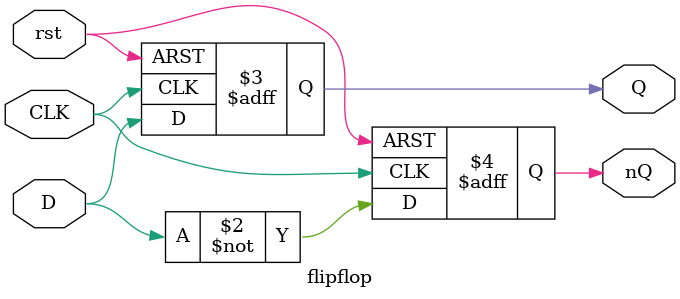
<source format=sv>
`timescale 1ns / 1ps


module flipflop(
    input logic D, rst, CLK,
    output logic Q,nQ
    );
    
    always_ff @(posedge CLK, posedge rst) begin
    
        if (rst) begin 
            Q=0;
            nQ=1;
        end else begin
            Q=D;
            nQ=~D;
        end
    
    end
    
    
endmodule

</source>
